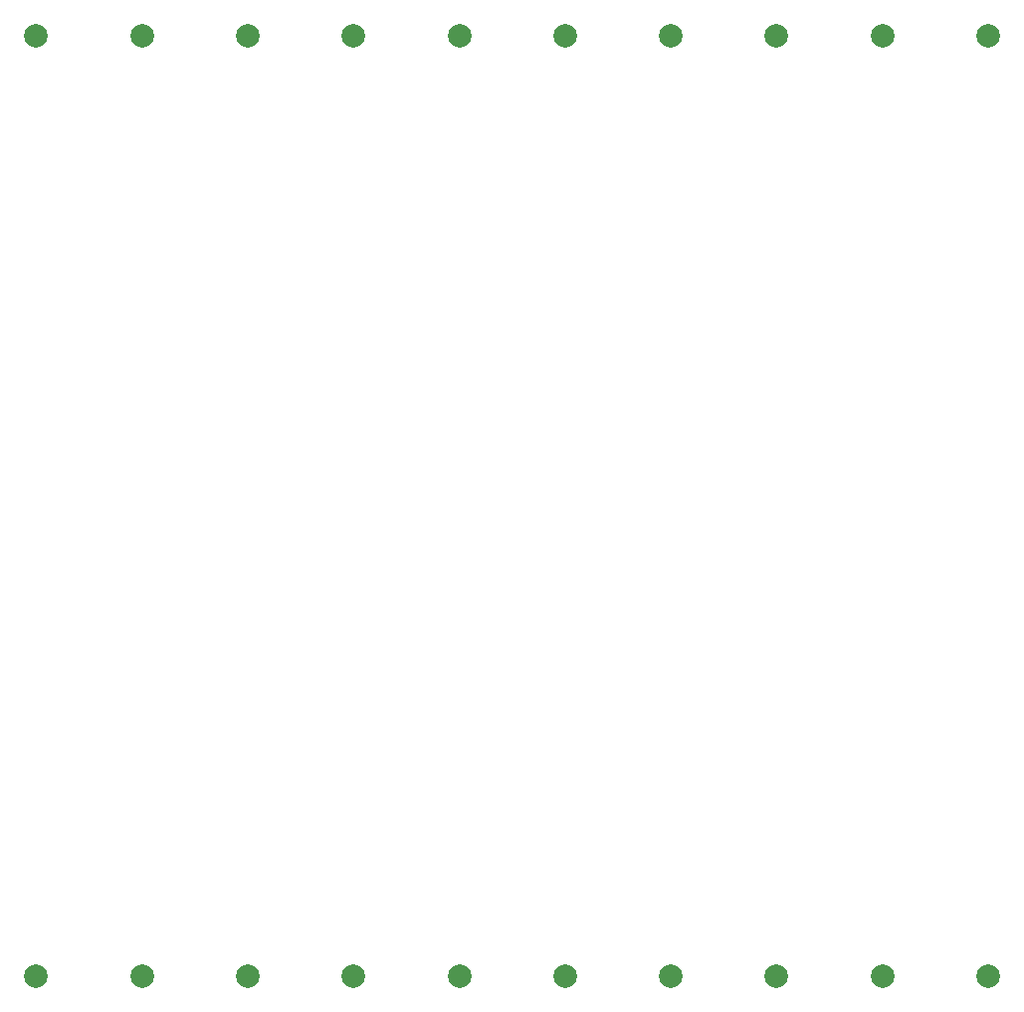
<source format=gbp>
G04 #@! TF.GenerationSoftware,KiCad,Pcbnew,7.0.11*
G04 #@! TF.CreationDate,2024-02-28T18:49:23+09:00*
G04 #@! TF.ProjectId,F02-Func-Decoder-p,4630322d-4675-46e6-932d-4465636f6465,rev?*
G04 #@! TF.SameCoordinates,Original*
G04 #@! TF.FileFunction,Paste,Bot*
G04 #@! TF.FilePolarity,Positive*
%FSLAX46Y46*%
G04 Gerber Fmt 4.6, Leading zero omitted, Abs format (unit mm)*
G04 Created by KiCad (PCBNEW 7.0.11) date 2024-02-28 18:49:23*
%MOMM*%
%LPD*%
G01*
G04 APERTURE LIST*
%ADD10C,2.000000*%
G04 APERTURE END LIST*
D10*
X156000000Y-129000000D03*
X156000000Y-49000000D03*
X165000000Y-49000000D03*
X129000000Y-129000000D03*
X120000000Y-129000000D03*
X120000000Y-49000000D03*
X183000000Y-129000000D03*
X174000000Y-49000000D03*
X192000000Y-129000000D03*
X129000000Y-49000000D03*
X174000000Y-129000000D03*
X138000000Y-129000000D03*
X111000000Y-129000000D03*
X183000000Y-49000000D03*
X111000000Y-49000000D03*
X147000000Y-49000000D03*
X138000000Y-49000000D03*
X192000000Y-49000000D03*
X147000000Y-129000000D03*
X165000000Y-129000000D03*
M02*

</source>
